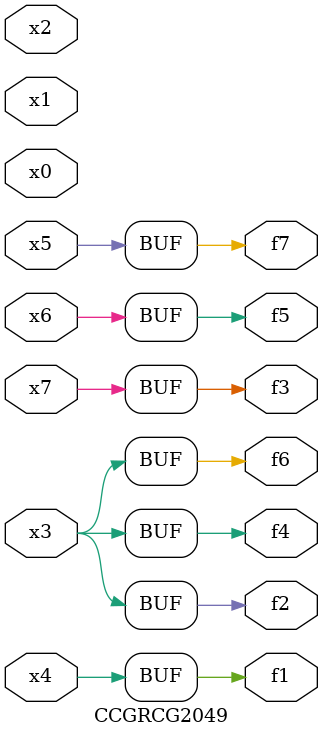
<source format=v>
module CCGRCG2049(
	input x0, x1, x2, x3, x4, x5, x6, x7,
	output f1, f2, f3, f4, f5, f6, f7
);
	assign f1 = x4;
	assign f2 = x3;
	assign f3 = x7;
	assign f4 = x3;
	assign f5 = x6;
	assign f6 = x3;
	assign f7 = x5;
endmodule

</source>
